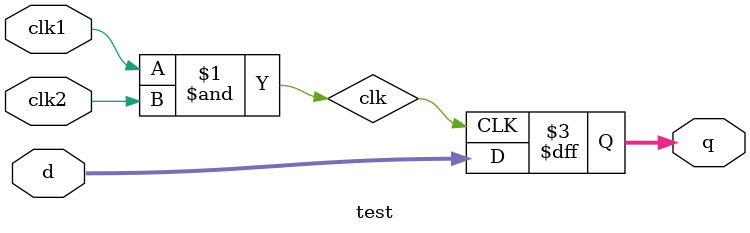
<source format=v>
module test (
    clk1, clk2, d, q
);
    input clk1, clk2;
	input [3 : 0] d;
    output reg [3 : 0] q;
	wire clk;
	
    assign clk = clk1 & clk2;
    
    always @(posedge clk) begin
			q <= d;
    end
endmodule
</source>
